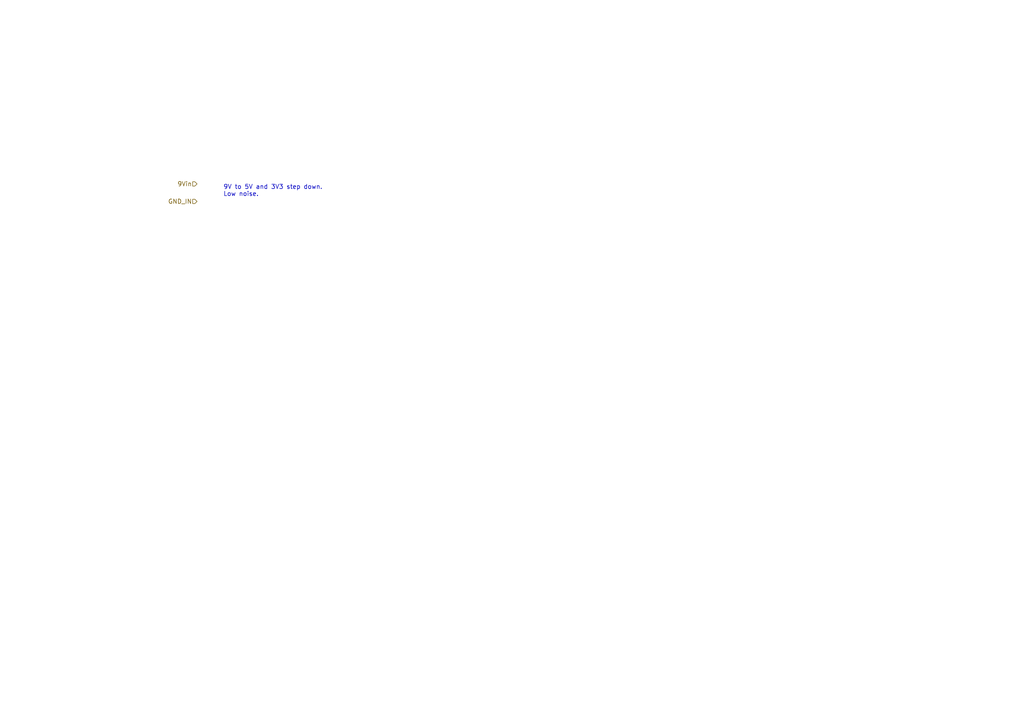
<source format=kicad_sch>
(kicad_sch (version 20211123) (generator eeschema)
  (paper "A4")
  (lib_symbols)
  (text "9V to 5V and 3V3 step down.\nLow noise." (at 64.77 57.15 0) (effects (font (size 1.27 1.27)) (justify left bottom)))
  (hierarchical_label "GND_IN" (shape input) (at 57.15 58.42 180))
  (hierarchical_label "9Vin" (shape input) (at 57.15 53.34 180))
)
</source>
